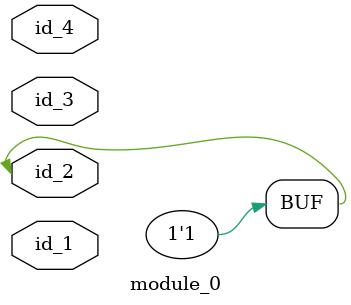
<source format=v>
module module_0 (
    id_1,
    id_2,
    id_3,
    id_4
);
  inout id_4;
  inout id_3;
  inout id_2;
  input id_1;
  assign id_2 = 1;
endmodule

</source>
